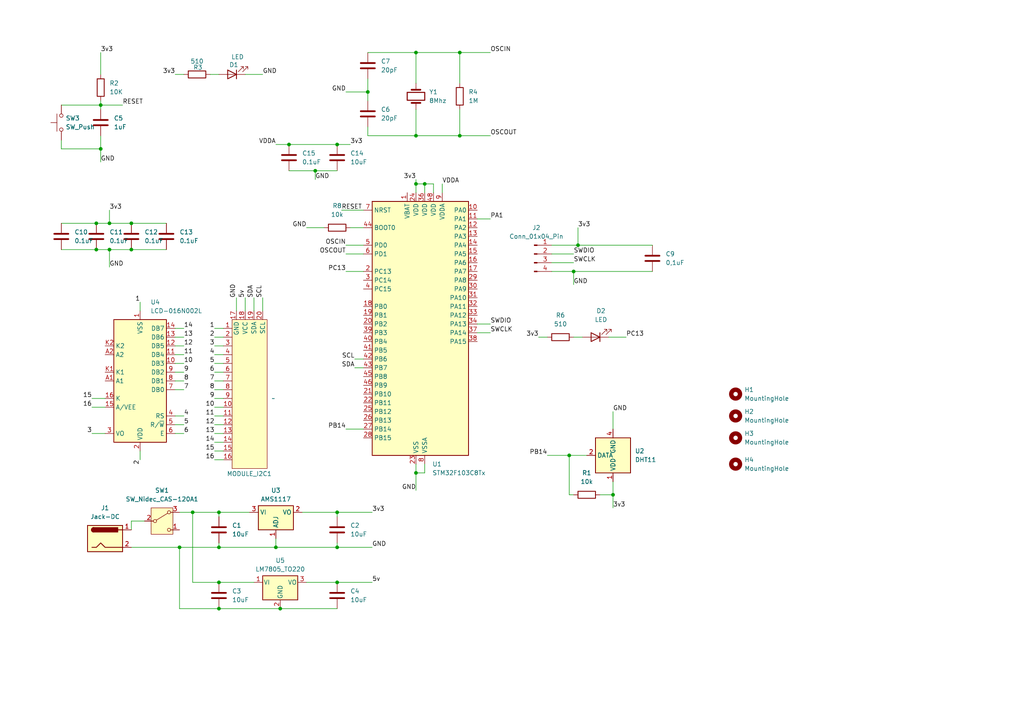
<source format=kicad_sch>
(kicad_sch (version 20231120) (generator "eeschema") (generator_version "8.0")
  (paper "A4")
  (lib_symbols
    (symbol "Connector:Conn_01x04_Pin" (pin_names (offset 1.016) hide)
      (property "Reference" "J" (at 0 5.08 0))
      (property "Value" "Conn_01x04_Pin" (at 0 -7.62 0))
      (symbol "Conn_01x04_Pin_1_1"
        (polyline (pts (xy 1.27 -5.08) (xy 0.8636 -5.08)) (stroke (width 0.1524)))
        (polyline (pts (xy 1.27 -2.54) (xy 0.8636 -2.54)) (stroke (width 0.1524)))
        (polyline (pts (xy 1.27 0) (xy 0.8636 0)) (stroke (width 0.1524)))
        (polyline (pts (xy 1.27 2.54) (xy 0.8636 2.54)) (stroke (width 0.1524)))
        (rectangle (start 0.8636 -4.953) (end 0 -5.207) (stroke (width 0.1524)) (fill (type outline)))
        (rectangle (start 0.8636 -2.413) (end 0 -2.667) (stroke (width 0.1524)) (fill (type outline)))
        (rectangle (start 0.8636 0.127) (end 0 -0.127) (stroke (width 0.1524)) (fill (type outline)))
        (rectangle (start 0.8636 2.667) (end 0 2.413) (stroke (width 0.1524)) (fill (type outline)))
        (pin passive line (at 5.08 2.54 180) (length 3.81) (name "Pin_1") (number "1"))
        (pin passive line (at 5.08 0 180) (length 3.81) (name "Pin_2") (number "2"))
        (pin passive line (at 5.08 -2.54 180) (length 3.81) (name "Pin_3") (number "3"))
        (pin passive line (at 5.08 -5.08 180) (length 3.81) (name "Pin_4") (number "4"))
      )
    )
    (symbol "Connector:Jack-DC" (pin_names (offset 1.016))
      (property "Reference" "J" (at 0 5.334 0))
      (property "Value" "Jack-DC" (at 0 -5.08 0))
      (symbol "Jack-DC_0_1"
        (rectangle (start -5.08 3.81) (end 5.08 -3.81) (stroke (width 0.254)) (fill (type background)))
        (arc (start -3.302 3.175) (mid -3.9343 2.54) (end -3.302 1.905) (stroke (width 0.254)))
        (arc (start -3.302 3.175) (mid -3.9343 2.54) (end -3.302 1.905) (stroke (width 0.254)) (fill (type outline)))
        (polyline (pts (xy 5.08 2.54) (xy 3.81 2.54)) (stroke (width 0.254)))
        (polyline (pts (xy -3.81 -2.54) (xy -2.54 -2.54) (xy -1.27 -1.27) (xy 0 -2.54) (xy 2.54 -2.54) (xy 5.08 -2.54)) (stroke (width 0.254)))
        (rectangle (start 3.683 3.175) (end -3.302 1.905) (stroke (width 0.254)) (fill (type outline)))
      )
      (symbol "Jack-DC_1_1"
        (pin passive line (at 7.62 2.54 180) (length 2.54) (name "~") (number "1"))
        (pin passive line (at 7.62 -2.54 180) (length 2.54) (name "~") (number "2"))
      )
    )
    (symbol "Device:C" (pin_numbers hide) (pin_names (offset 0.254))
      (property "Reference" "C" (at 0.635 2.54 0))
      (property "Value" "C" (at 0.635 -2.54 0))
      (symbol "C_0_1"
        (polyline (pts (xy -2.032 -0.762) (xy 2.032 -0.762)) (stroke (width 0.508)))
        (polyline (pts (xy -2.032 0.762) (xy 2.032 0.762)) (stroke (width 0.508)))
      )
      (symbol "C_1_1"
        (pin passive line (at 0 3.81 270) (length 2.794) (name "~") (number "1"))
        (pin passive line (at 0 -3.81 90) (length 2.794) (name "~") (number "2"))
      )
    )
    (symbol "Device:Crystal" (pin_numbers hide) (pin_names (offset 1.016) hide)
      (property "Reference" "Y" (at 0 3.81 0))
      (property "Value" "Crystal" (at 0 -3.81 0))
      (symbol "Crystal_0_1"
        (rectangle (start -1.143 2.54) (end 1.143 -2.54) (stroke (width 0.3048)))
        (polyline (pts (xy -2.54 0) (xy -1.905 0)))
        (polyline (pts (xy -1.905 -1.27) (xy -1.905 1.27)) (stroke (width 0.508)))
        (polyline (pts (xy 1.905 -1.27) (xy 1.905 1.27)) (stroke (width 0.508)))
        (polyline (pts (xy 2.54 0) (xy 1.905 0)))
      )
      (symbol "Crystal_1_1"
        (pin passive line (at -3.81 0 0) (length 1.27) (name "1") (number "1"))
        (pin passive line (at 3.81 0 180) (length 1.27) (name "2") (number "2"))
      )
    )
    (symbol "Device:LED" (pin_numbers hide) (pin_names (offset 1.016) hide)
      (property "Reference" "D" (at 0 2.54 0))
      (property "Value" "LED" (at 0 -2.54 0))
      (symbol "LED_0_1"
        (polyline (pts (xy -1.27 -1.27) (xy -1.27 1.27)) (stroke (width 0.254)))
        (polyline (pts (xy -1.27 0) (xy 1.27 0)))
        (polyline (pts (xy 1.27 -1.27) (xy 1.27 1.27) (xy -1.27 0) (xy 1.27 -1.27)) (stroke (width 0.254)))
        (polyline (pts (xy -3.048 -0.762) (xy -4.572 -2.286) (xy -3.81 -2.286) (xy -4.572 -2.286) (xy -4.572 -1.524)))
        (polyline (pts (xy -1.778 -0.762) (xy -3.302 -2.286) (xy -2.54 -2.286) (xy -3.302 -2.286) (xy -3.302 -1.524)))
      )
      (symbol "LED_1_1"
        (pin passive line (at -3.81 0 0) (length 2.54) (name "K") (number "1"))
        (pin passive line (at 3.81 0 180) (length 2.54) (name "A") (number "2"))
      )
    )
    (symbol "Device:R" (pin_numbers hide) (pin_names (offset 0))
      (property "Reference" "R" (at 2.032 0 90))
      (property "Value" "R" (at 0 0 90))
      (symbol "R_0_1"
        (rectangle (start -1.016 -2.54) (end 1.016 2.54) (stroke (width 0.254)))
      )
      (symbol "R_1_1"
        (pin passive line (at 0 3.81 270) (length 1.27) (name "~") (number "1"))
        (pin passive line (at 0 -3.81 90) (length 1.27) (name "~") (number "2"))
      )
    )
    (symbol "Display_Character:LCD-016N002L"
      (property "Reference" "U" (at -6.35 18.796 0))
      (property "Value" "LCD-016N002L" (at 8.636 18.796 0))
      (symbol "LCD-016N002L_1_1"
        (rectangle (start -7.62 17.78) (end 7.62 -17.78) (stroke (width 0.254)) (fill (type background)))
        (pin power_in line (at 0 -20.32 90) (length 2.54) (name "VSS") (number "1"))
        (pin bidirectional line (at -10.16 -5.08 0) (length 2.54) (name "DB3") (number "10"))
        (pin bidirectional line (at -10.16 -7.62 0) (length 2.54) (name "DB4") (number "11"))
        (pin bidirectional line (at -10.16 -10.16 0) (length 2.54) (name "DB5") (number "12"))
        (pin bidirectional line (at -10.16 -12.7 0) (length 2.54) (name "DB6") (number "13"))
        (pin bidirectional line (at -10.16 -15.24 0) (length 2.54) (name "DB7") (number "14"))
        (pin power_in line (at 10.16 7.62 180) (length 2.54) (name "A/VEE") (number "15"))
        (pin power_in line (at 10.16 5.08 180) (length 2.54) (name "K") (number "16"))
        (pin power_in line (at 0 20.32 270) (length 2.54) (name "VDD") (number "2"))
        (pin input line (at 10.16 15.24 180) (length 2.54) (name "VO") (number "3"))
        (pin input line (at -10.16 10.16 0) (length 2.54) (name "RS") (number "4"))
        (pin input line (at -10.16 12.7 0) (length 2.54) (name "R/~{W}") (number "5"))
        (pin input line (at -10.16 15.24 0) (length 2.54) (name "E") (number "6"))
        (pin bidirectional line (at -10.16 2.54 0) (length 2.54) (name "DB0") (number "7"))
        (pin bidirectional line (at -10.16 0 0) (length 2.54) (name "DB1") (number "8"))
        (pin bidirectional line (at -10.16 -2.54 0) (length 2.54) (name "DB2") (number "9"))
        (pin power_in line (at 10.16 0 180) (length 2.54) (name "A1") (number "A1"))
        (pin power_in line (at 10.16 -7.62 180) (length 2.54) (name "A2") (number "A2"))
        (pin power_in line (at 10.16 -2.54 180) (length 2.54) (name "K1") (number "K1"))
        (pin power_in line (at 10.16 -10.16 180) (length 2.54) (name "K2") (number "K2"))
      )
    )
    (symbol "MCU_ST_STM32F1:STM32F103C8Tx"
      (property "Reference" "U" (at -12.7 39.37 0))
      (property "Value" "STM32F103C8Tx" (at 10.16 39.37 0))
      (symbol "STM32F103C8Tx_0_1"
        (rectangle (start -12.7 -35.56) (end 15.24 38.1) (stroke (width 0.254)) (fill (type background)))
      )
      (symbol "STM32F103C8Tx_1_1"
        (pin power_in line (at -2.54 40.64 270) (length 2.54) (name "VBAT") (number "1"))
        (pin bidirectional line (at 17.78 35.56 180) (length 2.54) (name "PA0") (number "10"))
        (pin bidirectional line (at 17.78 33.02 180) (length 2.54) (name "PA1") (number "11"))
        (pin bidirectional line (at 17.78 30.48 180) (length 2.54) (name "PA2") (number "12"))
        (pin bidirectional line (at 17.78 27.94 180) (length 2.54) (name "PA3") (number "13"))
        (pin bidirectional line (at 17.78 25.4 180) (length 2.54) (name "PA4") (number "14"))
        (pin bidirectional line (at 17.78 22.86 180) (length 2.54) (name "PA5") (number "15"))
        (pin bidirectional line (at 17.78 20.32 180) (length 2.54) (name "PA6") (number "16"))
        (pin bidirectional line (at 17.78 17.78 180) (length 2.54) (name "PA7") (number "17"))
        (pin bidirectional line (at -15.24 7.62 0) (length 2.54) (name "PB0") (number "18"))
        (pin bidirectional line (at -15.24 5.08 0) (length 2.54) (name "PB1") (number "19"))
        (pin bidirectional line (at -15.24 17.78 0) (length 2.54) (name "PC13") (number "2"))
        (pin bidirectional line (at -15.24 2.54 0) (length 2.54) (name "PB2") (number "20"))
        (pin bidirectional line (at -15.24 -17.78 0) (length 2.54) (name "PB10") (number "21"))
        (pin bidirectional line (at -15.24 -20.32 0) (length 2.54) (name "PB11") (number "22"))
        (pin power_in line (at 0 -38.1 90) (length 2.54) (name "VSS") (number "23"))
        (pin power_in line (at 0 40.64 270) (length 2.54) (name "VDD") (number "24"))
        (pin bidirectional line (at -15.24 -22.86 0) (length 2.54) (name "PB12") (number "25"))
        (pin bidirectional line (at -15.24 -25.4 0) (length 2.54) (name "PB13") (number "26"))
        (pin bidirectional line (at -15.24 -27.94 0) (length 2.54) (name "PB14") (number "27"))
        (pin bidirectional line (at -15.24 -30.48 0) (length 2.54) (name "PB15") (number "28"))
        (pin bidirectional line (at 17.78 15.24 180) (length 2.54) (name "PA8") (number "29"))
        (pin bidirectional line (at -15.24 15.24 0) (length 2.54) (name "PC14") (number "3"))
        (pin bidirectional line (at 17.78 12.7 180) (length 2.54) (name "PA9") (number "30"))
        (pin bidirectional line (at 17.78 10.16 180) (length 2.54) (name "PA10") (number "31"))
        (pin bidirectional line (at 17.78 7.62 180) (length 2.54) (name "PA11") (number "32"))
        (pin bidirectional line (at 17.78 5.08 180) (length 2.54) (name "PA12") (number "33"))
        (pin bidirectional line (at 17.78 2.54 180) (length 2.54) (name "PA13") (number "34"))
        (pin passive line (at 0 -38.1 90) (length 2.54) hide (name "VSS") (number "35"))
        (pin power_in line (at 2.54 40.64 270) (length 2.54) (name "VDD") (number "36"))
        (pin bidirectional line (at 17.78 0 180) (length 2.54) (name "PA14") (number "37"))
        (pin bidirectional line (at 17.78 -2.54 180) (length 2.54) (name "PA15") (number "38"))
        (pin bidirectional line (at -15.24 0 0) (length 2.54) (name "PB3") (number "39"))
        (pin bidirectional line (at -15.24 12.7 0) (length 2.54) (name "PC15") (number "4"))
        (pin bidirectional line (at -15.24 -2.54 0) (length 2.54) (name "PB4") (number "40"))
        (pin bidirectional line (at -15.24 -5.08 0) (length 2.54) (name "PB5") (number "41"))
        (pin bidirectional line (at -15.24 -7.62 0) (length 2.54) (name "PB6") (number "42"))
        (pin bidirectional line (at -15.24 -10.16 0) (length 2.54) (name "PB7") (number "43"))
        (pin input line (at -15.24 30.48 0) (length 2.54) (name "BOOT0") (number "44"))
        (pin bidirectional line (at -15.24 -12.7 0) (length 2.54) (name "PB8") (number "45"))
        (pin bidirectional line (at -15.24 -15.24 0) (length 2.54) (name "PB9") (number "46"))
        (pin passive line (at 0 -38.1 90) (length 2.54) hide (name "VSS") (number "47"))
        (pin power_in line (at 5.08 40.64 270) (length 2.54) (name "VDD") (number "48"))
        (pin bidirectional line (at -15.24 25.4 0) (length 2.54) (name "PD0") (number "5"))
        (pin bidirectional line (at -15.24 22.86 0) (length 2.54) (name "PD1") (number "6"))
        (pin input line (at -15.24 35.56 0) (length 2.54) (name "NRST") (number "7"))
        (pin power_in line (at 2.54 -38.1 90) (length 2.54) (name "VSSA") (number "8"))
        (pin power_in line (at 7.62 40.64 270) (length 2.54) (name "VDDA") (number "9"))
      )
    )
    (symbol "Mechanical:MountingHole" (pin_names (offset 1.016)) (exclude_from_sim yes) (in_bom no)
      (property "Reference" "H" (at 0 5.08 0))
      (property "Value" "MountingHole" (at 0 3.175 0))
      (symbol "MountingHole_0_1"
        (circle (center 0 0) (radius 1.27) (stroke (width 1.27)))
      )
    )
    (symbol "New_Library:MODULE_I2C"
      (property "Reference" "MODULE_I2C1" (at -1.524 11.684 90))
      (property "Value" "~" (at 20.32 -1.27 90))
      (symbol "MODULE_I2C_1_1"
        (rectangle (start 0 10.16) (end 43.18 0) (fill (type background)))
        (pin input line (at 40.64 12.7 270) (length 2.54) (name "") (number "1"))
        (pin input line (at 17.78 12.7 270) (length 2.54) (name "") (number "10"))
        (pin input line (at 15.24 12.7 270) (length 2.54) (name "") (number "11"))
        (pin input line (at 12.7 12.7 270) (length 2.54) (name "") (number "12"))
        (pin input line (at 10.16 12.7 270) (length 2.54) (name "") (number "13"))
        (pin input line (at 7.62 12.7 270) (length 2.54) (name "") (number "14"))
        (pin input line (at 5.08 12.7 270) (length 2.54) (name "") (number "15"))
        (pin input line (at 2.54 12.7 270) (length 2.54) (name "") (number "16"))
        (pin passive line (at 45.72 8.89 180) (length 2.54) (name "GND") (number "17"))
        (pin power_in line (at 45.72 6.35 180) (length 2.54) (name "VCC") (number "18"))
        (pin input line (at 45.72 3.81 180) (length 2.54) (name "SDA") (number "19"))
        (pin input line (at 38.1 12.7 270) (length 2.54) (name "") (number "2"))
        (pin input line (at 45.72 1.27 180) (length 2.54) (name "SCL") (number "20"))
        (pin input line (at 35.56 12.7 270) (length 2.54) (name "") (number "3"))
        (pin input line (at 33.02 12.7 270) (length 2.54) (name "") (number "4"))
        (pin input line (at 30.48 12.7 270) (length 2.54) (name "") (number "5"))
        (pin input line (at 27.94 12.7 270) (length 2.54) (name "") (number "6"))
        (pin input line (at 25.4 12.7 270) (length 2.54) (name "") (number "7"))
        (pin input line (at 22.86 12.7 270) (length 2.54) (name "") (number "8"))
        (pin input line (at 20.32 12.7 270) (length 2.54) (name "") (number "9"))
      )
    )
    (symbol "Regulator_Linear:AMS1117"
      (property "Reference" "U" (at -3.81 3.175 0))
      (property "Value" "AMS1117" (at 0 3.175 0))
      (symbol "AMS1117_0_1"
        (rectangle (start -5.08 -5.08) (end 5.08 1.905) (stroke (width 0.254)) (fill (type background)))
      )
      (symbol "AMS1117_1_1"
        (pin input line (at 0 -7.62 90) (length 2.54) (name "ADJ") (number "1"))
        (pin power_out line (at 7.62 0 180) (length 2.54) (name "VO") (number "2"))
        (pin power_in line (at -7.62 0 0) (length 2.54) (name "VI") (number "3"))
      )
    )
    (symbol "Regulator_Linear:LM7805_TO220" (pin_names (offset 0.254))
      (property "Reference" "U" (at -3.81 3.175 0))
      (property "Value" "LM7805_TO220" (at 0 3.175 0))
      (symbol "LM7805_TO220_0_1"
        (rectangle (start -5.08 1.905) (end 5.08 -5.08) (stroke (width 0.254)) (fill (type background)))
      )
      (symbol "LM7805_TO220_1_1"
        (pin power_in line (at -7.62 0 0) (length 2.54) (name "VI") (number "1"))
        (pin power_in line (at 0 -7.62 90) (length 2.54) (name "GND") (number "2"))
        (pin power_out line (at 7.62 0 180) (length 2.54) (name "VO") (number "3"))
      )
    )
    (symbol "Sensor:DHT11"
      (property "Reference" "U" (at -3.81 6.35 0))
      (property "Value" "DHT11" (at 3.81 6.35 0))
      (symbol "DHT11_0_1"
        (rectangle (start -5.08 5.08) (end 5.08 -5.08) (stroke (width 0.254)) (fill (type background)))
      )
      (symbol "DHT11_1_1"
        (pin power_in line (at 0 7.62 270) (length 2.54) (name "VDD") (number "1"))
        (pin bidirectional line (at 7.62 0 180) (length 2.54) (name "DATA") (number "2"))
        (pin no_connect line (at -5.08 0 0) (length 2.54) hide (name "NC") (number "3"))
        (pin power_in line (at 0 -7.62 90) (length 2.54) (name "GND") (number "4"))
      )
    )
    (symbol "Switch:SW_Nidec_CAS-120A1" (pin_names (offset 1) hide)
      (property "Reference" "SW" (at 0 4.318 0))
      (property "Value" "SW_Nidec_CAS-120A1" (at 0 -5.08 0))
      (symbol "SW_Nidec_CAS-120A1_0_1"
        (circle (center -2.032 0) (radius 0.4572))
        (polyline (pts (xy -1.651 0.254) (xy 1.651 2.286)))
        (circle (center 2.032 -2.54) (radius 0.4572))
        (circle (center 2.032 2.54) (radius 0.4572))
      )
      (symbol "SW_Nidec_CAS-120A1_1_1"
        (rectangle (start -3.175 3.81) (end 3.175 -3.81) (fill (type background)))
        (pin passive line (at 5.08 -2.54 180) (length 2.54) (name "C") (number "1"))
        (pin passive line (at -5.08 0 0) (length 2.54) (name "B") (number "2"))
        (pin passive line (at 5.08 2.54 180) (length 2.54) (name "A") (number "3"))
      )
    )
    (symbol "Switch:SW_Push" (pin_numbers hide) (pin_names (offset 1.016) hide)
      (property "Reference" "SW" (at 1.27 2.54 0))
      (property "Value" "SW_Push" (at 0 -1.524 0))
      (symbol "SW_Push_0_1"
        (circle (center -2.032 0) (radius 0.508))
        (polyline (pts (xy 0 1.27) (xy 0 3.048)))
        (polyline (pts (xy 2.54 1.27) (xy -2.54 1.27)))
        (circle (center 2.032 0) (radius 0.508))
        (pin passive line (at -5.08 0 0) (length 2.54) (name "1") (number "1"))
        (pin passive line (at 5.08 0 180) (length 2.54) (name "2") (number "2"))
      )
    )
  )
  (junction (at 167.64 71.12))
  (junction (at 52.07 158.75))
  (junction (at 38.1 72.39))
  (junction (at 63.5 148.59))
  (junction (at 38.1 64.77))
  (junction (at 106.68 26.67))
  (junction (at 29.21 30.48))
  (junction (at 97.79 41.91))
  (junction (at 165.1 132.08))
  (junction (at 63.5 176.53))
  (junction (at 133.35 39.37))
  (junction (at 29.21 43.18))
  (junction (at 55.88 148.59))
  (junction (at 63.5 158.75))
  (junction (at 177.8 143.51))
  (junction (at 120.65 137.16))
  (junction (at 81.28 176.53))
  (junction (at 31.75 64.77))
  (junction (at 80.01 158.75))
  (junction (at 97.79 168.91))
  (junction (at 166.37 78.74))
  (junction (at 120.65 53.34))
  (junction (at 91.44 49.53))
  (junction (at 83.82 41.91))
  (junction (at 97.79 148.59))
  (junction (at 31.75 72.39))
  (junction (at 133.35 15.24))
  (junction (at 97.79 158.75))
  (junction (at 27.94 72.39))
  (junction (at 63.5 168.91))
  (junction (at 120.65 39.37))
  (junction (at 27.94 64.77))
  (junction (at 123.19 53.34))
  (junction (at 120.65 15.24))
  (wire (pts (xy 120.65 55.88) (xy 120.65 53.34)))
  (wire (pts (xy 120.65 142.24) (xy 120.65 137.16)))
  (wire (pts (xy 50.8 102.87) (xy 53.34 102.87)))
  (wire (pts (xy 97.79 41.91) (xy 101.6 41.91)))
  (wire (pts (xy 100.33 73.66) (xy 105.41 73.66)))
  (wire (pts (xy 52.07 158.75) (xy 63.5 158.75)))
  (wire (pts (xy 50.8 105.41) (xy 53.34 105.41)))
  (wire (pts (xy 177.8 119.38) (xy 177.8 124.46)))
  (wire (pts (xy 62.23 110.49) (xy 64.77 110.49)))
  (wire (pts (xy 125.73 55.88) (xy 125.73 53.34)))
  (wire (pts (xy 62.23 125.73) (xy 64.77 125.73)))
  (wire (pts (xy 63.5 158.75) (xy 80.01 158.75)))
  (wire (pts (xy 133.35 39.37) (xy 142.24 39.37)))
  (wire (pts (xy 87.63 148.59) (xy 97.79 148.59)))
  (wire (pts (xy 31.75 60.96) (xy 31.75 64.77)))
  (wire (pts (xy 62.23 120.65) (xy 64.77 120.65)))
  (wire (pts (xy 29.21 43.18) (xy 29.21 39.37)))
  (wire (pts (xy 26.67 115.57) (xy 30.48 115.57)))
  (wire (pts (xy 17.78 40.64) (xy 17.78 43.18)))
  (wire (pts (xy 62.23 102.87) (xy 64.77 102.87)))
  (wire (pts (xy 52.07 148.59) (xy 55.88 148.59)))
  (wire (pts (xy 50.8 113.03) (xy 53.34 113.03)))
  (wire (pts (xy 120.65 53.34) (xy 120.65 52.07)))
  (wire (pts (xy 101.6 66.04) (xy 105.41 66.04)))
  (wire (pts (xy 106.68 36.83) (xy 106.68 39.37)))
  (wire (pts (xy 62.23 128.27) (xy 64.77 128.27)))
  (wire (pts (xy 29.21 43.18) (xy 29.21 46.99)))
  (wire (pts (xy 26.67 125.73) (xy 30.48 125.73)))
  (wire (pts (xy 50.8 120.65) (xy 53.34 120.65)))
  (wire (pts (xy 71.12 86.36) (xy 71.12 90.17)))
  (wire (pts (xy 165.1 143.51) (xy 165.1 132.08)))
  (wire (pts (xy 62.23 130.81) (xy 64.77 130.81)))
  (wire (pts (xy 31.75 72.39) (xy 38.1 72.39)))
  (wire (pts (xy 106.68 22.86) (xy 106.68 26.67)))
  (wire (pts (xy 62.23 133.35) (xy 64.77 133.35)))
  (wire (pts (xy 100.33 71.12) (xy 105.41 71.12)))
  (wire (pts (xy 133.35 15.24) (xy 142.24 15.24)))
  (wire (pts (xy 120.65 15.24) (xy 120.65 24.13)))
  (wire (pts (xy 26.67 118.11) (xy 30.48 118.11)))
  (wire (pts (xy 80.01 156.21) (xy 80.01 158.75)))
  (wire (pts (xy 71.12 21.59) (xy 76.2 21.59)))
  (wire (pts (xy 68.58 90.17) (xy 68.58 86.36)))
  (wire (pts (xy 63.5 148.59) (xy 72.39 148.59)))
  (wire (pts (xy 160.02 73.66) (xy 166.37 73.66)))
  (wire (pts (xy 138.43 93.98) (xy 142.24 93.98)))
  (wire (pts (xy 102.87 106.68) (xy 105.41 106.68)))
  (wire (pts (xy 123.19 134.62) (xy 123.19 137.16)))
  (wire (pts (xy 106.68 26.67) (xy 106.68 29.21)))
  (wire (pts (xy 97.79 158.75) (xy 107.95 158.75)))
  (wire (pts (xy 29.21 30.48) (xy 35.56 30.48)))
  (wire (pts (xy 81.28 176.53) (xy 97.79 176.53)))
  (wire (pts (xy 63.5 176.53) (xy 81.28 176.53)))
  (wire (pts (xy 80.01 41.91) (xy 83.82 41.91)))
  (wire (pts (xy 97.79 168.91) (xy 107.95 168.91)))
  (wire (pts (xy 160.02 71.12) (xy 167.64 71.12)))
  (wire (pts (xy 100.33 124.46) (xy 105.41 124.46)))
  (wire (pts (xy 167.64 71.12) (xy 189.23 71.12)))
  (wire (pts (xy 128.27 55.88) (xy 128.27 53.34)))
  (wire (pts (xy 55.88 168.91) (xy 63.5 168.91)))
  (wire (pts (xy 133.35 15.24) (xy 120.65 15.24)))
  (wire (pts (xy 38.1 151.13) (xy 41.91 151.13)))
  (wire (pts (xy 120.65 137.16) (xy 120.65 134.62)))
  (wire (pts (xy 38.1 64.77) (xy 48.26 64.77)))
  (wire (pts (xy 97.79 157.48) (xy 97.79 158.75)))
  (wire (pts (xy 160.02 76.2) (xy 166.37 76.2)))
  (wire (pts (xy 52.07 158.75) (xy 52.07 176.53)))
  (wire (pts (xy 62.23 123.19) (xy 64.77 123.19)))
  (wire (pts (xy 133.35 24.13) (xy 133.35 15.24)))
  (wire (pts (xy 73.66 86.36) (xy 73.66 90.17)))
  (wire (pts (xy 120.65 137.16) (xy 123.19 137.16)))
  (wire (pts (xy 55.88 148.59) (xy 55.88 168.91)))
  (wire (pts (xy 62.23 115.57) (xy 64.77 115.57)))
  (wire (pts (xy 166.37 78.74) (xy 166.37 82.55)))
  (wire (pts (xy 88.9 168.91) (xy 97.79 168.91)))
  (wire (pts (xy 106.68 15.24) (xy 120.65 15.24)))
  (wire (pts (xy 133.35 31.75) (xy 133.35 39.37)))
  (wire (pts (xy 31.75 64.77) (xy 27.94 64.77)))
  (wire (pts (xy 17.78 30.48) (xy 29.21 30.48)))
  (wire (pts (xy 100.33 26.67) (xy 106.68 26.67)))
  (wire (pts (xy 38.1 151.13) (xy 38.1 153.67)))
  (wire (pts (xy 63.5 157.48) (xy 63.5 158.75)))
  (wire (pts (xy 50.8 21.59) (xy 53.34 21.59)))
  (wire (pts (xy 31.75 64.77) (xy 38.1 64.77)))
  (wire (pts (xy 50.8 110.49) (xy 53.34 110.49)))
  (wire (pts (xy 29.21 15.24) (xy 29.21 21.59)))
  (wire (pts (xy 62.23 113.03) (xy 64.77 113.03)))
  (wire (pts (xy 97.79 148.59) (xy 107.95 148.59)))
  (wire (pts (xy 106.68 39.37) (xy 120.65 39.37)))
  (wire (pts (xy 177.8 143.51) (xy 177.8 139.7)))
  (wire (pts (xy 83.82 49.53) (xy 91.44 49.53)))
  (wire (pts (xy 158.75 132.08) (xy 165.1 132.08)))
  (wire (pts (xy 62.23 95.25) (xy 64.77 95.25)))
  (wire (pts (xy 91.44 49.53) (xy 91.44 52.07)))
  (wire (pts (xy 80.01 158.75) (xy 97.79 158.75)))
  (wire (pts (xy 40.64 130.81) (xy 40.64 133.35)))
  (wire (pts (xy 123.19 55.88) (xy 123.19 53.34)))
  (wire (pts (xy 138.43 63.5) (xy 142.24 63.5)))
  (wire (pts (xy 38.1 158.75) (xy 52.07 158.75)))
  (wire (pts (xy 166.37 97.79) (xy 168.91 97.79)))
  (wire (pts (xy 99.06 60.96) (xy 105.41 60.96)))
  (wire (pts (xy 17.78 72.39) (xy 27.94 72.39)))
  (wire (pts (xy 62.23 100.33) (xy 64.77 100.33)))
  (wire (pts (xy 100.33 78.74) (xy 105.41 78.74)))
  (wire (pts (xy 83.82 41.91) (xy 97.79 41.91)))
  (wire (pts (xy 97.79 148.59) (xy 97.79 149.86)))
  (wire (pts (xy 123.19 53.34) (xy 120.65 53.34)))
  (wire (pts (xy 52.07 176.53) (xy 63.5 176.53)))
  (wire (pts (xy 125.73 53.34) (xy 123.19 53.34)))
  (wire (pts (xy 62.23 107.95) (xy 64.77 107.95)))
  (wire (pts (xy 62.23 118.11) (xy 64.77 118.11)))
  (wire (pts (xy 120.65 39.37) (xy 120.65 31.75)))
  (wire (pts (xy 76.2 86.36) (xy 76.2 90.17)))
  (wire (pts (xy 50.8 107.95) (xy 53.34 107.95)))
  (wire (pts (xy 120.65 39.37) (xy 133.35 39.37)))
  (wire (pts (xy 55.88 148.59) (xy 63.5 148.59)))
  (wire (pts (xy 17.78 43.18) (xy 29.21 43.18)))
  (wire (pts (xy 88.9 66.04) (xy 93.98 66.04)))
  (wire (pts (xy 165.1 132.08) (xy 170.18 132.08)))
  (wire (pts (xy 156.21 97.79) (xy 158.75 97.79)))
  (wire (pts (xy 63.5 168.91) (xy 73.66 168.91)))
  (wire (pts (xy 50.8 95.25) (xy 53.34 95.25)))
  (wire (pts (xy 177.8 143.51) (xy 177.8 147.32)))
  (wire (pts (xy 50.8 100.33) (xy 53.34 100.33)))
  (wire (pts (xy 62.23 105.41) (xy 64.77 105.41)))
  (wire (pts (xy 166.37 78.74) (xy 189.23 78.74)))
  (wire (pts (xy 40.64 87.63) (xy 40.64 90.17)))
  (wire (pts (xy 60.96 21.59) (xy 63.5 21.59)))
  (wire (pts (xy 63.5 149.86) (xy 63.5 148.59)))
  (wire (pts (xy 50.8 97.79) (xy 53.34 97.79)))
  (wire (pts (xy 27.94 72.39) (xy 31.75 72.39)))
  (wire (pts (xy 29.21 30.48) (xy 29.21 31.75)))
  (wire (pts (xy 173.99 143.51) (xy 177.8 143.51)))
  (wire (pts (xy 176.53 97.79) (xy 181.61 97.79)))
  (wire (pts (xy 167.64 66.04) (xy 167.64 71.12)))
  (wire (pts (xy 31.75 72.39) (xy 31.75 77.47)))
  (wire (pts (xy 62.23 97.79) (xy 64.77 97.79)))
  (wire (pts (xy 166.37 143.51) (xy 165.1 143.51)))
  (wire (pts (xy 17.78 64.77) (xy 27.94 64.77)))
  (wire (pts (xy 102.87 104.14) (xy 105.41 104.14)))
  (wire (pts (xy 38.1 72.39) (xy 48.26 72.39)))
  (wire (pts (xy 50.8 123.19) (xy 53.34 123.19)))
  (wire (pts (xy 50.8 125.73) (xy 53.34 125.73)))
  (wire (pts (xy 138.43 96.52) (xy 142.24 96.52)))
  (wire (pts (xy 91.44 49.53) (xy 97.79 49.53)))
  (wire (pts (xy 160.02 78.74) (xy 166.37 78.74)))
  (wire (pts (xy 29.21 29.21) (xy 29.21 30.48)))
  (label "3v3" (at 50.8 21.59 180))
  (label "VDDA" (at 80.01 41.91 180))
  (label "GND" (at 120.65 142.24 180))
  (label "5" (at 62.23 105.41 180))
  (label "GND" (at 166.37 82.55 0))
  (label "15" (at 62.23 130.81 180))
  (label "OSCOUT" (at 100.33 73.66 180))
  (label "SWCLK" (at 142.24 96.52 0))
  (label "2" (at 62.23 97.79 180))
  (label "SCL" (at 102.87 104.14 180))
  (label "9" (at 62.23 115.57 180))
  (label "4" (at 53.34 120.65 0))
  (label "SWCLK" (at 166.37 76.2 0))
  (label "3v3" (at 31.75 60.96 0))
  (label "SCL" (at 76.2 86.36 90))
  (label "11" (at 62.23 120.65 180))
  (label "3" (at 62.23 100.33 180))
  (label "3v3" (at 167.64 66.04 0))
  (label "OSCIN" (at 100.33 71.12 180))
  (label "3v3" (at 156.21 97.79 180))
  (label "GND" (at 177.8 119.38 0))
  (label "5v" (at 107.95 168.91 0))
  (label "GND" (at 29.21 46.99 0))
  (label "GND" (at 76.2 21.59 0))
  (label "OSCOUT" (at 142.24 39.37 0))
  (label "5" (at 53.34 123.19 0))
  (label "GND" (at 91.44 52.07 0))
  (label "VDDA" (at 128.27 53.34 0))
  (label "3v3" (at 177.8 147.32 0))
  (label "GND" (at 100.33 26.67 180))
  (label "5v" (at 71.12 86.36 90))
  (label "3v3" (at 120.65 52.07 180))
  (label "SWDIO" (at 166.37 73.66 0))
  (label "8" (at 53.34 110.49 0))
  (label "3v3" (at 29.21 15.24 0))
  (label "9" (at 53.34 107.95 0))
  (label "PA1" (at 142.24 63.5 0))
  (label "16" (at 62.23 133.35 180))
  (label "8" (at 62.23 113.03 180))
  (label "OSCIN" (at 142.24 15.24 0))
  (label "3v3" (at 107.95 148.59 0))
  (label "SDA" (at 73.66 86.36 90))
  (label "PC13" (at 100.33 78.74 180))
  (label "SWDIO" (at 142.24 93.98 0))
  (label "11" (at 53.34 102.87 0))
  (label "PB14" (at 100.33 124.46 180))
  (label "15" (at 26.67 115.57 180))
  (label "PB14" (at 158.75 132.08 180))
  (label "12" (at 53.34 100.33 0))
  (label "RESET" (at 35.56 30.48 0))
  (label "6" (at 62.23 107.95 180))
  (label "10" (at 62.23 118.11 180))
  (label "GND" (at 68.58 86.36 90))
  (label "PC13" (at 181.61 97.79 0))
  (label "1" (at 40.64 87.63 180))
  (label "12" (at 62.23 123.19 180))
  (label "3v3" (at 101.6 41.91 0))
  (label "14" (at 62.23 128.27 180))
  (label "13" (at 62.23 125.73 180))
  (label "GND" (at 88.9 66.04 180))
  (label "10" (at 53.34 105.41 0))
  (label "1" (at 62.23 95.25 180))
  (label "6" (at 53.34 125.73 0))
  (label "4" (at 62.23 102.87 180))
  (label "14" (at 53.34 95.25 0))
  (label "3" (at 26.67 125.73 180))
  (label "16" (at 26.67 118.11 180))
  (label "7" (at 62.23 110.49 180))
  (label "RESET" (at 99.06 60.96 0))
  (label "7" (at 53.34 113.03 0))
  (label "2" (at 40.64 133.35 270))
  (label "SDA" (at 102.87 106.68 180))
  (label "GND" (at 107.95 158.75 0))
  (label "13" (at 53.34 97.79 0))
  (label "GND" (at 31.75 77.47 0))
  (symbol (lib_id "Device:R") (at 170.18 143.51 90) (unit 1)
    (property "Reference" "R1" (at 170.18 137.16 90))
    (property "Value" "10k" (at 170.18 139.7 90))
    (property "Footprint" "Resistor_SMD:R_0805_2012Metric" (effects (hide yes)))
    (property "Description" "Resistor" (effects (hide yes)))
  )
  (symbol (lib_id "Device:C") (at 48.26 68.58 0) (unit 1)
    (property "Reference" "C13" (at 52.07 67.3099 0) (effects (justify left)))
    (property "Value" "0.1uF" (at 52.07 69.8499 0) (effects (justify left)))
    (property "Footprint" "Capacitor_SMD:C_0805_2012Metric" (effects (hide yes)))
    (property "Description" "Unpolarized capacitor" (effects (hide yes)))
  )
  (symbol (lib_id "Sensor:DHT11") (at 177.8 132.08 180) (unit 1)
    (property "Reference" "U2" (at 184.15 130.8099 0) (effects (justify right)))
    (property "Value" "DHT11" (at 184.15 133.3499 0) (effects (justify right)))
    (property "Footprint" "Sensor:Aosong_DHT11_5.5x12.0_P2.54mm" (effects (hide yes)))
    (property "Datasheet" "http://akizukidenshi.com/download/ds/aosong/DHT11.pdf" (effects (hide yes)))
    (property "Description" "3.3V to 5.5V, temperature and humidity module, DHT11" (effects (hide yes)))
  )
  (symbol (lib_id "Mechanical:MountingHole") (at 213.36 134.62 0) (unit 1) (exclude_from_sim yes) (in_bom no)
    (property "Reference" "H4" (at 215.9 133.3499 0) (effects (justify left)))
    (property "Value" "MountingHole" (at 215.9 135.8899 0) (effects (justify left)))
    (property "Footprint" "MountingHole:MountingHole_2.1mm" (effects (hide yes)))
    (property "Description" "Mounting Hole without connection" (effects (hide yes)))
  )
  (symbol (lib_id "Device:C") (at 38.1 68.58 0) (unit 1)
    (property "Reference" "C12" (at 41.91 67.3099 0) (effects (justify left)))
    (property "Value" "0.1uF" (at 41.91 69.8499 0) (effects (justify left)))
    (property "Footprint" "Capacitor_SMD:C_0805_2012Metric" (effects (hide yes)))
    (property "Description" "Unpolarized capacitor" (effects (hide yes)))
  )
  (symbol (lib_id "Device:C") (at 106.68 19.05 0) (unit 1)
    (property "Reference" "C7" (at 110.49 17.7799 0) (effects (justify left)))
    (property "Value" "20pF" (at 110.49 20.3199 0) (effects (justify left)))
    (property "Footprint" "Capacitor_SMD:C_0805_2012Metric" (effects (hide yes)))
    (property "Description" "Unpolarized capacitor" (effects (hide yes)))
  )
  (symbol (lib_id "Device:R") (at 162.56 97.79 90) (unit 1)
    (property "Reference" "R6" (at 162.56 91.44 90))
    (property "Value" "510" (at 162.56 93.98 90))
    (property "Footprint" "Resistor_SMD:R_0805_2012Metric" (effects (hide yes)))
    (property "Description" "Resistor" (effects (hide yes)))
  )
  (symbol (lib_id "Device:C") (at 97.79 45.72 180) (unit 1)
    (property "Reference" "C14" (at 101.6 44.4499 0) (effects (justify right)))
    (property "Value" "10uF" (at 101.6 46.9899 0) (effects (justify right)))
    (property "Footprint" "Capacitor_SMD:C_0805_2012Metric" (effects (hide yes)))
    (property "Description" "Unpolarized capacitor" (effects (hide yes)))
  )
  (symbol (lib_id "Mechanical:MountingHole") (at 213.36 120.65 0) (unit 1) (exclude_from_sim yes) (in_bom no)
    (property "Reference" "H2" (at 215.9 119.3799 0) (effects (justify left)))
    (property "Value" "MountingHole" (at 215.9 121.9199 0) (effects (justify left)))
    (property "Footprint" "MountingHole:MountingHole_2.1mm" (effects (hide yes)))
    (property "Description" "Mounting Hole without connection" (effects (hide yes)))
  )
  (symbol (lib_id "Device:LED") (at 67.31 21.59 180) (unit 1)
    (property "Reference" "D1" (at 67.818 18.796 0))
    (property "Value" "LED" (at 68.8975 16.51 0))
    (property "Footprint" "LED_SMD:LED_0805_2012Metric_Pad1.15x1.40mm_HandSolder" (effects (hide yes)))
    (property "Description" "Light emitting diode" (effects (hide yes)))
  )
  (symbol (lib_id "Device:C") (at 63.5 153.67 180) (unit 1)
    (property "Reference" "C1" (at 67.31 152.3999 0) (effects (justify right)))
    (property "Value" "10uF" (at 67.31 154.9399 0) (effects (justify right)))
    (property "Footprint" "Capacitor_THT:CP_Radial_D4.0mm_P1.50mm" (effects (hide yes)))
    (property "Description" "Unpolarized capacitor" (effects (hide yes)))
  )
  (symbol (lib_id "Switch:SW_Push") (at 17.78 35.56 90) (unit 1)
    (property "Reference" "SW3" (at 19.05 34.2899 90) (effects (justify right)))
    (property "Value" "SW_Push" (at 19.05 36.8299 90) (effects (justify right)))
    (property "Footprint" "Button_Switch_THT:SW_PUSH_6mm" (effects (hide yes)))
    (property "Description" "Push button switch, generic, two pins" (effects (hide yes)))
  )
  (symbol (lib_id "Device:C") (at 83.82 45.72 0) (unit 1)
    (property "Reference" "C15" (at 87.63 44.4499 0) (effects (justify left)))
    (property "Value" "0.1uF" (at 87.63 46.9899 0) (effects (justify left)))
    (property "Footprint" "Capacitor_SMD:C_0805_2012Metric" (effects (hide yes)))
    (property "Description" "Unpolarized capacitor" (effects (hide yes)))
  )
  (symbol (lib_id "Regulator_Linear:AMS1117") (at 80.01 148.59 0) (unit 1)
    (property "Reference" "U3" (at 80.01 142.24 0))
    (property "Value" "AMS1117" (at 80.01 144.78 0))
    (property "Footprint" "Package_TO_SOT_SMD:SOT-223-3_TabPin2" (effects (hide yes)))
    (property "Datasheet" "http://www.advanced-monolithic.com/pdf/ds1117.pdf" (effects (hide yes)))
    (property "Description" "1A Low Dropout regulator, positive, adjustable output, SOT-223" (effects (hide yes)))
  )
  (symbol (lib_id "Device:Crystal") (at 120.65 27.94 90) (unit 1)
    (property "Reference" "Y1" (at 124.46 26.6699 90) (effects (justify right)))
    (property "Value" "8Mhz" (at 124.46 29.2099 90) (effects (justify right)))
    (property "Footprint" "Crystal:Crystal_HC49-U_Vertical" (effects (hide yes)))
    (property "Description" "Two pin crystal" (effects (hide yes)))
  )
  (symbol (lib_id "Device:C") (at 17.78 68.58 0) (unit 1)
    (property "Reference" "C10" (at 21.59 67.3099 0) (effects (justify left)))
    (property "Value" "0.1uF" (at 21.59 69.8499 0) (effects (justify left)))
    (property "Footprint" "Capacitor_SMD:C_0805_2012Metric" (effects (hide yes)))
    (property "Description" "Unpolarized capacitor" (effects (hide yes)))
  )
  (symbol (lib_id "Device:C") (at 189.23 74.93 0) (unit 1)
    (property "Reference" "C9" (at 193.04 73.6599 0) (effects (justify left)))
    (property "Value" "0,1uF" (at 193.04 76.1999 0) (effects (justify left)))
    (property "Footprint" "Capacitor_SMD:C_0805_2012Metric" (effects (hide yes)))
    (property "Description" "Unpolarized capacitor" (effects (hide yes)))
  )
  (symbol (lib_id "Device:R") (at 97.79 66.04 90) (unit 1)
    (property "Reference" "R8" (at 97.79 59.69 90))
    (property "Value" "10k" (at 97.79 62.23 90))
    (property "Footprint" "Resistor_SMD:R_0805_2012Metric" (effects (hide yes)))
    (property "Description" "Resistor" (effects (hide yes)))
  )
  (symbol (lib_id "Display_Character:LCD-016N002L") (at 40.64 110.49 180) (unit 1)
    (property "Reference" "U4" (at 43.6565 87.63 0) (effects (justify right)))
    (property "Value" "LCD-016N002L" (at 43.6565 90.17 0) (effects (justify right)))
    (property "Footprint" "Display:LCD-016N002L" (effects (hide yes)))
    (property "Datasheet" "http://www.vishay.com/docs/37299/37299.pdf" (effects (hide yes)))
    (property "Description" "LCD 12x2, 8 bit parallel bus, 3V or 5V VDD" (effects (hide yes)))
  )
  (symbol (lib_id "Switch:SW_Nidec_CAS-120A1") (at 46.99 151.13 0) (unit 1)
    (property "Reference" "SW1" (at 46.99 142.24 0))
    (property "Value" "SW_Nidec_CAS-120A1" (at 46.99 144.78 0))
    (property "Footprint" "Button_Switch_SMD:Nidec_Copal_CAS-120A" (effects (hide yes)))
    (property "Datasheet" "https://www.nidec-components.com/e/catalog/switch/cas.pdf" (effects (hide yes)))
    (property "Description" "Switch, single pole double throw" (effects (hide yes)))
  )
  (symbol (lib_id "Device:C") (at 97.79 172.72 0) (unit 1)
    (property "Reference" "C4" (at 101.6 171.4499 0) (effects (justify left)))
    (property "Value" "10uF" (at 101.6 173.9899 0) (effects (justify left)))
    (property "Footprint" "Capacitor_THT:CP_Radial_D4.0mm_P1.50mm" (effects (hide yes)))
    (property "Description" "Unpolarized capacitor" (effects (hide yes)))
  )
  (symbol (lib_id "Device:C") (at 29.21 35.56 0) (unit 1)
    (property "Reference" "C5" (at 33.02 34.2899 0) (effects (justify left)))
    (property "Value" "1uF" (at 33.02 36.8299 0) (effects (justify left)))
    (property "Footprint" "Capacitor_SMD:C_0805_2012Metric" (effects (hide yes)))
    (property "Description" "Unpolarized capacitor" (effects (hide yes)))
  )
  (symbol (lib_id "Mechanical:MountingHole") (at 213.36 127 0) (unit 1) (exclude_from_sim yes) (in_bom no)
    (property "Reference" "H3" (at 215.9 125.7299 0) (effects (justify left)))
    (property "Value" "MountingHole" (at 215.9 128.2699 0) (effects (justify left)))
    (property "Footprint" "MountingHole:MountingHole_2.1mm" (effects (hide yes)))
    (property "Description" "Mounting Hole without connection" (effects (hide yes)))
  )
  (symbol (lib_id "Device:C") (at 63.5 172.72 0) (unit 1)
    (property "Reference" "C3" (at 67.31 171.4499 0) (effects (justify left)))
    (property "Value" "10uF" (at 67.31 173.9899 0) (effects (justify left)))
    (property "Footprint" "Capacitor_THT:CP_Radial_D4.0mm_P1.50mm" (effects (hide yes)))
    (property "Description" "Unpolarized capacitor" (effects (hide yes)))
  )
  (symbol (lib_id "Device:R") (at 29.21 25.4 0) (unit 1)
    (property "Reference" "R2" (at 31.75 24.1299 0) (effects (justify left)))
    (property "Value" "10K" (at 31.75 26.6699 0) (effects (justify left)))
    (property "Footprint" "Resistor_SMD:R_0805_2012Metric" (effects (hide yes)))
    (property "Description" "Resistor" (effects (hide yes)))
  )
  (symbol (lib_id "Device:C") (at 106.68 33.02 0) (unit 1)
    (property "Reference" "C6" (at 110.49 31.7499 0) (effects (justify left)))
    (property "Value" "20pF" (at 110.49 34.2899 0) (effects (justify left)))
    (property "Footprint" "Capacitor_SMD:C_0805_2012Metric" (effects (hide yes)))
    (property "Description" "Unpolarized capacitor" (effects (hide yes)))
  )
  (symbol (lib_id "Device:LED") (at 172.72 97.79 180) (unit 1)
    (property "Reference" "D2" (at 174.3075 90.17 0))
    (property "Value" "LED" (at 174.3075 92.71 0))
    (property "Footprint" "LED_SMD:LED_0805_2012Metric_Pad1.15x1.40mm_HandSolder" (effects (hide yes)))
    (property "Description" "Light emitting diode" (effects (hide yes)))
  )
  (symbol (lib_id "New_Library:MODULE_I2C") (at 77.47 135.89 90) (unit 1)
    (property "Reference" "MODULE_I2C1" (at 65.786 137.414 90) (effects (justify right)))
    (property "Value" "~" (at 78.74 115.57 90) (effects (justify right)))
    (property "Footprint" "New_lib:MODULE_I2C" (effects (hide yes)))
  )
  (symbol (lib_id "MCU_ST_STM32F1:STM32F103C8Tx") (at 120.65 96.52 0) (unit 1)
    (property "Reference" "U1" (at 125.3841 134.62 0) (effects (justify left)))
    (property "Value" "STM32F103C8Tx" (at 125.3841 137.16 0) (effects (justify left)))
    (property "Footprint" "Package_QFP:LQFP-48_7x7mm_P0.5mm" (effects (hide yes)))
    (property "Datasheet" "https://www.st.com/resource/en/datasheet/stm32f103c8.pdf" (effects (hide yes)))
    (property "Description" "STMicroelectronics Arm Cortex-M3 MCU, 64KB flash, 20KB RAM, 72 MHz, 2.0-3.6V, 37 GPIO, LQFP48" (effects (hide yes)))
  )
  (symbol (lib_id "Mechanical:MountingHole") (at 213.36 114.3 0) (unit 1) (exclude_from_sim yes) (in_bom no)
    (property "Reference" "H1" (at 215.9 113.0299 0) (effects (justify left)))
    (property "Value" "MountingHole" (at 215.9 115.5699 0) (effects (justify left)))
    (property "Footprint" "MountingHole:MountingHole_2.1mm" (effects (hide yes)))
    (property "Description" "Mounting Hole without connection" (effects (hide yes)))
  )
  (symbol (lib_id "Connector:Jack-DC") (at 30.48 156.21 0) (unit 1)
    (property "Reference" "J1" (at 30.48 147.32 0))
    (property "Value" "Jack-DC" (at 30.48 149.86 0))
    (property "Footprint" "Connector_BarrelJack:BarrelJack_Horizontal" (effects (hide yes)))
    (property "Description" "DC Barrel Jack" (effects (hide yes)))
  )
  (symbol (lib_id "Connector:Conn_01x04_Pin") (at 154.94 73.66 0) (unit 1)
    (property "Reference" "J2" (at 155.575 66.04 0))
    (property "Value" "Conn_01x04_Pin" (at 155.575 68.58 0))
    (property "Footprint" "Connector_PinSocket_2.54mm:PinSocket_1x04_P2.54mm_Vertical" (effects (hide yes)))
    (property "Description" "Generic connector, single row, 01x04, script generated" (effects (hide yes)))
  )
  (symbol (lib_id "Device:C") (at 27.94 68.58 0) (unit 1)
    (property "Reference" "C11" (at 31.75 67.3099 0) (effects (justify left)))
    (property "Value" "0.1uF" (at 31.75 69.8499 0) (effects (justify left)))
    (property "Footprint" "Capacitor_SMD:C_0805_2012Metric" (effects (hide yes)))
    (property "Description" "Unpolarized capacitor" (effects (hide yes)))
  )
  (symbol (lib_id "Device:R") (at 133.35 27.94 180) (unit 1)
    (property "Reference" "R4" (at 135.89 26.6699 0) (effects (justify right)))
    (property "Value" "1M" (at 135.89 29.2099 0) (effects (justify right)))
    (property "Footprint" "Resistor_SMD:R_0805_2012Metric" (effects (hide yes)))
    (property "Description" "Resistor" (effects (hide yes)))
  )
  (symbol (lib_id "Device:R") (at 57.15 21.59 90) (unit 1)
    (property "Reference" "R3" (at 57.404 19.558 90))
    (property "Value" "510" (at 57.15 17.78 90))
    (property "Footprint" "Resistor_SMD:R_0805_2012Metric" (effects (hide yes)))
    (property "Description" "Resistor" (effects (hide yes)))
  )
  (symbol (lib_id "Regulator_Linear:LM7805_TO220") (at 81.28 168.91 0) (unit 1)
    (property "Reference" "U5" (at 81.28 162.56 0))
    (property "Value" "LM7805_TO220" (at 81.28 165.1 0))
    (property "Footprint" "Package_TO_SOT_SMD:TO-263-3_TabPin2" (effects (hide yes)))
    (property "Datasheet" "https://www.onsemi.cn/PowerSolutions/document/MC7800-D.PDF" (effects (hide yes)))
    (property "Description" "Positive 1A 35V Linear Regulator, Fixed Output 5V, TO-220" (effects (hide yes)))
  )
  (symbol (lib_id "Device:C") (at 97.79 153.67 180) (unit 1)
    (property "Reference" "C2" (at 101.6 152.3999 0) (effects (justify right)))
    (property "Value" "10uF" (at 101.6 154.9399 0) (effects (justify right)))
    (property "Footprint" "Capacitor_THT:CP_Radial_D4.0mm_P1.50mm" (effects (hide yes)))
    (property "Description" "Unpolarized capacitor" (effects (hide yes)))
  )
)
</source>
